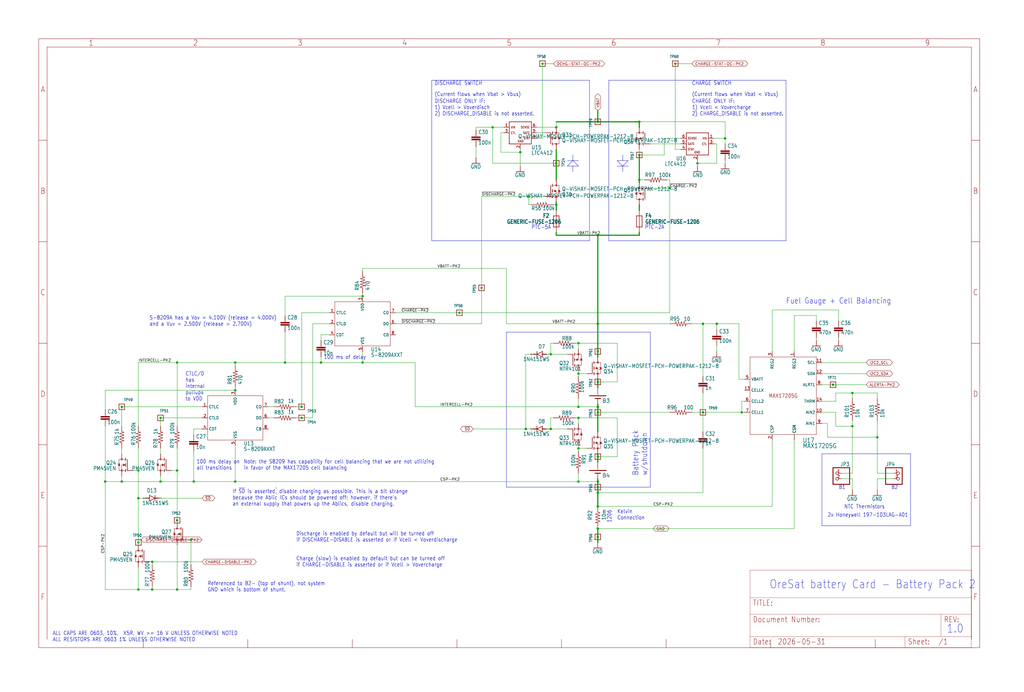
<source format=kicad_sch>
(kicad_sch (version 20230121) (generator eeschema)
  (paper "User" 469.9 317.627)
  (junction (at 265.43 171.45))
  (junction (at 391.16 195.58))
  (junction (at 274.32 223.52))
  (junction (at 73.66 220.98))
  (junction (at 63.5 248.92))
  (junction (at 69.85 270.51))
  (junction (at 274.32 209.55))
  (junction (at 309.88 29.21))
  (junction (at 274.32 148.59))
  (junction (at 320.04 74.93))
  (junction (at 138.43 186.69))
  (junction (at 252.73 162.56))
  (junction (at 382.27 176.53))
  (junction (at 55.88 220.98))
  (junction (at 63.5 270.51))
  (junction (at 73.66 191.77))
  (junction (at 322.58 189.23))
  (junction (at 402.59 200.66))
  (junction (at 69.85 257.81))
  (junction (at 391.16 180.34))
  (junction (at 255.27 93.98))
  (junction (at 255.27 74.93))
  (junction (at 81.28 270.51))
  (junction (at 87.63 247.65))
  (junction (at 274.32 242.57))
  (junction (at 166.37 166.37))
  (junction (at 248.92 29.21))
  (junction (at 252.73 196.85))
  (junction (at 265.43 186.69))
  (junction (at 107.95 220.98))
  (junction (at 274.32 189.23))
  (junction (at 340.36 189.23))
  (junction (at 107.95 166.37))
  (junction (at 307.34 86.36))
  (junction (at 147.32 166.37))
  (junction (at 265.43 157.48))
  (junction (at 242.57 90.17))
  (junction (at 210.82 143.51))
  (junction (at 293.37 55.88))
  (junction (at 55.88 186.69))
  (junction (at 241.3 196.85))
  (junction (at 130.81 166.37))
  (junction (at 274.32 107.95))
  (junction (at 81.28 166.37))
  (junction (at 328.93 148.59))
  (junction (at 48.26 220.98))
  (junction (at 322.58 148.59))
  (junction (at 226.06 58.42))
  (junction (at 265.43 191.77))
  (junction (at 274.32 246.38))
  (junction (at 274.32 175.26))
  (junction (at 238.76 69.85))
  (junction (at 138.43 191.77))
  (junction (at 255.27 58.42))
  (junction (at 293.37 82.55))
  (junction (at 265.43 205.74))
  (junction (at 274.32 232.41))
  (junction (at 81.28 238.76))
  (junction (at 107.95 179.07))
  (junction (at 63.5 228.6))
  (junction (at 81.28 215.9))
  (junction (at 274.32 161.29))
  (junction (at 88.9 220.98))
  (junction (at 274.32 55.88))
  (junction (at 332.74 63.5))
  (junction (at 63.5 215.9))
  (junction (at 274.32 186.69))
  (junction (at 265.43 220.98))
  (junction (at 166.37 135.89))
  (junction (at 220.98 132.08))
  (junction (at 293.37 71.12))
  (junction (at 274.32 220.98))
  (junction (at 274.32 226.06))
  (wire (pts (xy 250.19 90.17) (xy 242.57 90.17)) (stroke (width 0.1524)))
  (wire (pts (xy 130.81 166.37) (xy 130.81 152.4)) (stroke (width 0.1524)))
  (wire (pts (xy 391.16 195.58) (xy 391.16 193.04)) (stroke (width 0.1524)))
  (wire (pts (xy 322.58 189.23) (xy 322.58 180.34)) (stroke (width 0.1524)))
  (wire (pts (xy 384.81 142.24) (xy 384.81 147.32)) (stroke (width 0.1524)))
  (wire (pts (xy 143.51 191.77) (xy 143.51 148.59)) (stroke (width 0.1524)))
  (wire (pts (xy 107.95 166.37) (xy 81.28 166.37)) (stroke (width 0.1524)))
  (wire (pts (xy 354.33 201.93) (xy 354.33 232.41)) (stroke (width 0.1524)))
  (wire (pts (xy 410.21 219.71) (xy 402.59 219.71)) (stroke (width 0.1524)))
  (wire (pts (xy 283.21 175.26) (xy 283.21 157.48)) (stroke (width 0.1524)))
  (wire (pts (xy 243.84 93.98) (xy 242.57 93.98)) (stroke (width 0.1524)))
  (wire (pts (xy 374.65 144.78) (xy 364.49 144.78)) (stroke (width 0.1524)))
  (wire (pts (xy 87.63 247.65) (xy 92.71 247.65)) (stroke (width 0.1524)))
  (wire (pts (xy 166.37 135.89) (xy 166.37 134.62)) (stroke (width 0.1524)))
  (wire (pts (xy 304.8 71.12) (xy 293.37 71.12)) (stroke (width 0.1524)))
  (wire (pts (xy 265.43 220.98) (xy 107.95 220.98)) (stroke (width 0.1524)))
  (wire (pts (xy 265.43 191.77) (xy 265.43 194.31)) (stroke (width 0.1524)))
  (wire (pts (xy 238.76 69.85) (xy 238.76 68.58)) (stroke (width 0.1524)))
  (wire (pts (xy 248.92 29.21) (xy 254 29.21)) (stroke (width 0.1524)))
  (polyline (pts (xy 232.41 152.4) (xy 232.41 223.52)) (stroke (width 0.1524) (type solid)))
  (wire (pts (xy 246.38 58.42) (xy 255.27 58.42)) (stroke (width 0.1524)))
  (wire (pts (xy 309.88 68.58) (xy 312.42 68.58)) (stroke (width 0.1524)))
  (wire (pts (xy 274.32 223.52) (xy 274.32 220.98)) (stroke (width 0.508)))
  (wire (pts (xy 63.5 195.58) (xy 63.5 166.37)) (stroke (width 0.1524)))
  (wire (pts (xy 81.28 195.58) (xy 81.28 166.37)) (stroke (width 0.1524)))
  (wire (pts (xy 166.37 166.37) (xy 166.37 161.29)) (stroke (width 0.1524)))
  (wire (pts (xy 377.19 194.31) (xy 379.73 194.31)) (stroke (width 0.1524)))
  (wire (pts (xy 81.28 166.37) (xy 63.5 166.37)) (stroke (width 0.1524)))
  (wire (pts (xy 63.5 248.92) (xy 63.5 250.19)) (stroke (width 0.1524)))
  (wire (pts (xy 166.37 135.89) (xy 130.81 135.89)) (stroke (width 0.1524)))
  (wire (pts (xy 88.9 220.98) (xy 107.95 220.98)) (stroke (width 0.1524)))
  (wire (pts (xy 63.5 270.51) (xy 63.5 260.35)) (stroke (width 0.1524)))
  (wire (pts (xy 226.06 74.93) (xy 226.06 58.42)) (stroke (width 0.1524)))
  (wire (pts (xy 229.87 60.96) (xy 229.87 69.85)) (stroke (width 0.1524)))
  (wire (pts (xy 138.43 186.69) (xy 138.43 143.51)) (stroke (width 0.1524)))
  (wire (pts (xy 274.32 107.95) (xy 293.37 107.95)) (stroke (width 0.508)))
  (wire (pts (xy 69.85 257.81) (xy 69.85 259.08)) (stroke (width 0.1524)))
  (wire (pts (xy 322.58 172.72) (xy 322.58 148.59)) (stroke (width 0.1524)))
  (wire (pts (xy 283.21 191.77) (xy 283.21 209.55)) (stroke (width 0.1524)))
  (wire (pts (xy 48.26 220.98) (xy 48.26 270.51)) (stroke (width 0.1524)))
  (wire (pts (xy 254 93.98) (xy 255.27 93.98)) (stroke (width 0.1524)))
  (wire (pts (xy 55.88 218.44) (xy 55.88 220.98)) (stroke (width 0.1524)))
  (wire (pts (xy 274.32 248.92) (xy 274.32 246.38)) (stroke (width 0.508)))
  (wire (pts (xy 190.5 166.37) (xy 166.37 166.37)) (stroke (width 0.1524)))
  (wire (pts (xy 341.63 173.99) (xy 339.09 173.99)) (stroke (width 0.1524)))
  (wire (pts (xy 255.27 68.58) (xy 255.27 74.93)) (stroke (width 0.508)))
  (wire (pts (xy 274.32 198.12) (xy 274.32 189.23)) (stroke (width 0.508)))
  (wire (pts (xy 364.49 201.93) (xy 364.49 242.57)) (stroke (width 0.1524)))
  (wire (pts (xy 55.88 220.98) (xy 73.66 220.98)) (stroke (width 0.1524)))
  (polyline (pts (xy 285.75 76.2) (xy 283.21 76.2)) (stroke (width 0.1524) (type solid)))
  (wire (pts (xy 274.32 175.26) (xy 283.21 175.26)) (stroke (width 0.1524)))
  (wire (pts (xy 274.32 246.38) (xy 274.32 242.57)) (stroke (width 0.508)))
  (polyline (pts (xy 279.4 36.83) (xy 360.68 36.83)) (stroke (width 0.1524) (type solid)))
  (wire (pts (xy 265.43 217.17) (xy 265.43 220.98)) (stroke (width 0.1524)))
  (wire (pts (xy 383.54 189.23) (xy 383.54 195.58)) (stroke (width 0.1524)))
  (wire (pts (xy 328.93 151.13) (xy 328.93 148.59)) (stroke (width 0.1524)))
  (wire (pts (xy 69.85 269.24) (xy 69.85 270.51)) (stroke (width 0.1524)))
  (wire (pts (xy 68.58 257.81) (xy 69.85 257.81)) (stroke (width 0.1524)))
  (wire (pts (xy 317.5 148.59) (xy 322.58 148.59)) (stroke (width 0.1524)))
  (wire (pts (xy 402.59 219.71) (xy 402.59 224.79)) (stroke (width 0.1524)))
  (polyline (pts (xy 260.35 76.2) (xy 262.89 76.2)) (stroke (width 0.1524) (type solid)))
  (wire (pts (xy 383.54 180.34) (xy 391.16 180.34)) (stroke (width 0.1524)))
  (wire (pts (xy 246.38 63.5) (xy 248.92 63.5)) (stroke (width 0.1524)))
  (wire (pts (xy 322.58 205.74) (xy 322.58 226.06)) (stroke (width 0.1524)))
  (wire (pts (xy 63.5 215.9) (xy 63.5 205.74)) (stroke (width 0.1524)))
  (wire (pts (xy 92.71 191.77) (xy 73.66 191.77)) (stroke (width 0.1524)))
  (polyline (pts (xy 417.83 241.3) (xy 417.83 208.28)) (stroke (width 0.1524) (type solid)))
  (wire (pts (xy 265.43 157.48) (xy 283.21 157.48)) (stroke (width 0.1524)))
  (wire (pts (xy 274.32 148.59) (xy 307.34 148.59)) (stroke (width 0.1524)))
  (wire (pts (xy 107.95 179.07) (xy 107.95 177.8)) (stroke (width 0.1524)))
  (wire (pts (xy 274.32 177.8) (xy 274.32 175.26)) (stroke (width 0.508)))
  (wire (pts (xy 391.16 219.71) (xy 391.16 224.79)) (stroke (width 0.1524)))
  (wire (pts (xy 274.32 219.71) (xy 274.32 220.98)) (stroke (width 0.508)))
  (wire (pts (xy 252.73 191.77) (xy 252.73 196.85)) (stroke (width 0.1524)))
  (polyline (pts (xy 417.83 208.28) (xy 377.19 208.28)) (stroke (width 0.1524) (type solid)))
  (wire (pts (xy 391.16 180.34) (xy 402.59 180.34)) (stroke (width 0.1524)))
  (wire (pts (xy 379.73 194.31) (xy 379.73 200.66)) (stroke (width 0.1524)))
  (wire (pts (xy 81.28 270.51) (xy 87.63 270.51)) (stroke (width 0.1524)))
  (wire (pts (xy 73.66 195.58) (xy 73.66 191.77)) (stroke (width 0.1524)))
  (wire (pts (xy 320.04 74.93) (xy 320.04 73.66)) (stroke (width 0.1524)))
  (wire (pts (xy 231.14 60.96) (xy 229.87 60.96)) (stroke (width 0.1524)))
  (wire (pts (xy 48.26 187.96) (xy 48.26 179.07)) (stroke (width 0.1524)))
  (wire (pts (xy 218.44 59.69) (xy 218.44 58.42)) (stroke (width 0.1524)))
  (wire (pts (xy 293.37 55.88) (xy 332.74 55.88)) (stroke (width 0.1524)))
  (wire (pts (xy 293.37 82.55) (xy 293.37 71.12)) (stroke (width 0.508)))
  (wire (pts (xy 377.19 166.37) (xy 397.51 166.37)) (stroke (width 0.1524)))
  (wire (pts (xy 81.28 270.51) (xy 81.28 250.19)) (stroke (width 0.1524)))
  (wire (pts (xy 246.38 60.96) (xy 248.92 60.96)) (stroke (width 0.1524)))
  (wire (pts (xy 238.76 76.2) (xy 238.76 69.85)) (stroke (width 0.1524)))
  (wire (pts (xy 312.42 63.5) (xy 304.8 63.5)) (stroke (width 0.1524)))
  (wire (pts (xy 48.26 220.98) (xy 48.26 195.58)) (stroke (width 0.1524)))
  (polyline (pts (xy 279.4 110.49) (xy 360.68 110.49)) (stroke (width 0.1524) (type solid)))
  (polyline (pts (xy 265.43 76.2) (xy 262.89 73.66)) (stroke (width 0.1524) (type solid)))
  (wire (pts (xy 391.16 217.17) (xy 386.08 217.17)) (stroke (width 0.1524)))
  (wire (pts (xy 402.59 200.66) (xy 402.59 193.04)) (stroke (width 0.1524)))
  (wire (pts (xy 250.19 196.85) (xy 252.73 196.85)) (stroke (width 0.1524)))
  (wire (pts (xy 274.32 242.57) (xy 364.49 242.57)) (stroke (width 0.1524)))
  (wire (pts (xy 231.14 58.42) (xy 226.06 58.42)) (stroke (width 0.1524)))
  (polyline (pts (xy 262.89 73.66) (xy 260.35 76.2)) (stroke (width 0.1524) (type solid)))
  (wire (pts (xy 274.32 55.88) (xy 293.37 55.88)) (stroke (width 0.508)))
  (polyline (pts (xy 360.68 36.83) (xy 360.68 110.49)) (stroke (width 0.1524) (type solid)))
  (wire (pts (xy 143.51 148.59) (xy 151.13 148.59)) (stroke (width 0.1524)))
  (wire (pts (xy 377.19 176.53) (xy 382.27 176.53)) (stroke (width 0.1524)))
  (wire (pts (xy 135.89 191.77) (xy 138.43 191.77)) (stroke (width 0.1524)))
  (wire (pts (xy 92.71 196.85) (xy 88.9 196.85)) (stroke (width 0.1524)))
  (wire (pts (xy 226.06 74.93) (xy 255.27 74.93)) (stroke (width 0.1524)))
  (wire (pts (xy 274.32 226.06) (xy 274.32 223.52)) (stroke (width 0.508)))
  (wire (pts (xy 377.19 189.23) (xy 383.54 189.23)) (stroke (width 0.1524)))
  (polyline (pts (xy 265.43 73.66) (xy 262.89 73.66)) (stroke (width 0.1524) (type solid)))
  (wire (pts (xy 107.95 167.64) (xy 107.95 166.37)) (stroke (width 0.1524)))
  (wire (pts (xy 248.92 63.5) (xy 248.92 29.21)) (stroke (width 0.1524)))
  (wire (pts (xy 274.32 161.29) (xy 274.32 148.59)) (stroke (width 0.508)))
  (wire (pts (xy 374.65 147.32) (xy 374.65 144.78)) (stroke (width 0.1524)))
  (wire (pts (xy 255.27 93.98) (xy 255.27 96.52)) (stroke (width 0.508)))
  (wire (pts (xy 327.66 63.5) (xy 332.74 63.5)) (stroke (width 0.1524)))
  (wire (pts (xy 354.33 161.29) (xy 354.33 142.24)) (stroke (width 0.1524)))
  (wire (pts (xy 328.93 148.59) (xy 339.09 148.59)) (stroke (width 0.1524)))
  (wire (pts (xy 147.32 166.37) (xy 130.81 166.37)) (stroke (width 0.1524)))
  (wire (pts (xy 322.58 148.59) (xy 328.93 148.59)) (stroke (width 0.1524)))
  (wire (pts (xy 332.74 73.66) (xy 332.74 74.93)) (stroke (width 0.1524)))
  (wire (pts (xy 269.24 171.45) (xy 265.43 171.45)) (stroke (width 0.1524)))
  (wire (pts (xy 55.88 208.28) (xy 55.88 205.74)) (stroke (width 0.1524)))
  (wire (pts (xy 402.59 217.17) (xy 410.21 217.17)) (stroke (width 0.1524)))
  (wire (pts (xy 309.88 29.21) (xy 317.5 29.21)) (stroke (width 0.1524)))
  (wire (pts (xy 322.58 198.12) (xy 322.58 189.23)) (stroke (width 0.1524)))
  (wire (pts (xy 269.24 205.74) (xy 265.43 205.74)) (stroke (width 0.1524)))
  (wire (pts (xy 232.41 148.59) (xy 274.32 148.59)) (stroke (width 0.1524)))
  (wire (pts (xy 87.63 270.51) (xy 87.63 269.24)) (stroke (width 0.1524)))
  (wire (pts (xy 320.04 74.93) (xy 328.93 74.93)) (stroke (width 0.1524)))
  (wire (pts (xy 72.39 228.6) (xy 92.71 228.6)) (stroke (width 0.1524)))
  (polyline (pts (xy 232.41 152.4) (xy 298.45 152.4)) (stroke (width 0.1524) (type solid)))
  (wire (pts (xy 241.3 196.85) (xy 245.11 196.85)) (stroke (width 0.1524)))
  (wire (pts (xy 391.16 182.88) (xy 391.16 180.34)) (stroke (width 0.1524)))
  (wire (pts (xy 138.43 143.51) (xy 151.13 143.51)) (stroke (width 0.1524)))
  (wire (pts (xy 265.43 205.74) (xy 265.43 207.01)) (stroke (width 0.1524)))
  (wire (pts (xy 328.93 74.93) (xy 328.93 66.04)) (stroke (width 0.1524)))
  (wire (pts (xy 63.5 215.9) (xy 63.5 228.6)) (stroke (width 0.1524)))
  (wire (pts (xy 339.09 173.99) (xy 339.09 148.59)) (stroke (width 0.1524)))
  (wire (pts (xy 242.57 93.98) (xy 242.57 90.17)) (stroke (width 0.1524)))
  (wire (pts (xy 264.16 191.77) (xy 265.43 191.77)) (stroke (width 0.1524)))
  (wire (pts (xy 293.37 82.55) (xy 295.91 82.55)) (stroke (width 0.1524)))
  (polyline (pts (xy 270.51 110.49) (xy 198.12 110.49)) (stroke (width 0.1524) (type solid)))
  (wire (pts (xy 274.32 189.23) (xy 274.32 186.69)) (stroke (width 0.508)))
  (wire (pts (xy 382.27 176.53) (xy 397.51 176.53)) (stroke (width 0.1524)))
  (wire (pts (xy 293.37 55.88) (xy 293.37 58.42)) (stroke (width 0.508)))
  (wire (pts (xy 130.81 135.89) (xy 130.81 144.78)) (stroke (width 0.1524)))
  (wire (pts (xy 274.32 107.95) (xy 274.32 148.59)) (stroke (width 0.508)))
  (wire (pts (xy 245.11 162.56) (xy 241.3 162.56)) (stroke (width 0.1524)))
  (wire (pts (xy 298.45 66.04) (xy 312.42 66.04)) (stroke (width 0.1524)))
  (wire (pts (xy 306.07 82.55) (xy 307.34 82.55)) (stroke (width 0.1524)))
  (wire (pts (xy 255.27 82.55) (xy 255.27 74.93)) (stroke (width 0.508)))
  (polyline (pts (xy 232.41 223.52) (xy 298.45 223.52)) (stroke (width 0.1524) (type solid)))
  (polyline (pts (xy 198.12 36.83) (xy 270.51 36.83)) (stroke (width 0.1524) (type solid)))
  (wire (pts (xy 332.74 55.88) (xy 332.74 63.5)) (stroke (width 0.1524)))
  (wire (pts (xy 354.33 142.24) (xy 384.81 142.24)) (stroke (width 0.1524)))
  (wire (pts (xy 283.21 209.55) (xy 274.32 209.55)) (stroke (width 0.1524)))
  (wire (pts (xy 265.43 186.69) (xy 190.5 186.69)) (stroke (width 0.1524)))
  (wire (pts (xy 107.95 220.98) (xy 107.95 204.47)) (stroke (width 0.1524)))
  (wire (pts (xy 147.32 156.21) (xy 147.32 153.67)) (stroke (width 0.1524)))
  (wire (pts (xy 265.43 191.77) (xy 283.21 191.77)) (stroke (width 0.1524)))
  (wire (pts (xy 73.66 220.98) (xy 88.9 220.98)) (stroke (width 0.1524)))
  (wire (pts (xy 307.34 86.36) (xy 307.34 143.51)) (stroke (width 0.1524)))
  (wire (pts (xy 274.32 220.98) (xy 265.43 220.98)) (stroke (width 0.1524)))
  (wire (pts (xy 377.19 184.15) (xy 383.54 184.15)) (stroke (width 0.1524)))
  (wire (pts (xy 307.34 143.51) (xy 210.82 143.51)) (stroke (width 0.1524)))
  (wire (pts (xy 242.57 90.17) (xy 220.98 90.17)) (stroke (width 0.1524)))
  (wire (pts (xy 255.27 93.98) (xy 255.27 92.71)) (stroke (width 0.508)))
  (polyline (pts (xy 283.21 73.66) (xy 285.75 73.66)) (stroke (width 0.1524) (type solid)))
  (wire (pts (xy 73.66 205.74) (xy 73.66 208.28)) (stroke (width 0.1524)))
  (wire (pts (xy 274.32 226.06) (xy 322.58 226.06)) (stroke (width 0.1524)))
  (wire (pts (xy 255.27 58.42) (xy 255.27 55.88)) (stroke (width 0.1524)))
  (wire (pts (xy 391.16 219.71) (xy 386.08 219.71)) (stroke (width 0.1524)))
  (wire (pts (xy 87.63 247.65) (xy 87.63 259.08)) (stroke (width 0.1524)))
  (wire (pts (xy 307.34 86.36) (xy 307.34 82.55)) (stroke (width 0.1524)))
  (wire (pts (xy 328.93 66.04) (xy 327.66 66.04)) (stroke (width 0.1524)))
  (wire (pts (xy 73.66 218.44) (xy 73.66 220.98)) (stroke (width 0.1524)))
  (polyline (pts (xy 288.29 76.2) (xy 285.75 76.2)) (stroke (width 0.1524) (type solid)))
  (wire (pts (xy 293.37 83.82) (xy 293.37 82.55)) (stroke (width 0.508)))
  (wire (pts (xy 274.32 232.41) (xy 354.33 232.41)) (stroke (width 0.1524)))
  (wire (pts (xy 317.5 189.23) (xy 322.58 189.23)) (stroke (width 0.1524)))
  (wire (pts (xy 274.32 209.55) (xy 274.32 208.28)) (stroke (width 0.508)))
  (wire (pts (xy 190.5 186.69) (xy 190.5 166.37)) (stroke (width 0.1524)))
  (wire (pts (xy 255.27 107.95) (xy 274.32 107.95)) (stroke (width 0.508)))
  (polyline (pts (xy 285.75 76.2) (xy 285.75 78.74)) (stroke (width 0.1524) (type solid)))
  (wire (pts (xy 402.59 200.66) (xy 402.59 217.17)) (stroke (width 0.1524)))
  (wire (pts (xy 92.71 186.69) (xy 55.88 186.69)) (stroke (width 0.1524)))
  (wire (pts (xy 81.28 215.9) (xy 81.28 205.74)) (stroke (width 0.1524)))
  (wire (pts (xy 229.87 69.85) (xy 238.76 69.85)) (stroke (width 0.1524)))
  (wire (pts (xy 309.88 29.21) (xy 309.88 68.58)) (stroke (width 0.1524)))
  (wire (pts (xy 254 157.48) (xy 252.73 157.48)) (stroke (width 0.1524)))
  (wire (pts (xy 123.19 186.69) (xy 125.73 186.69)) (stroke (width 0.1524)))
  (polyline (pts (xy 377.19 241.3) (xy 417.83 241.3)) (stroke (width 0.1524) (type solid)))
  (wire (pts (xy 265.43 172.72) (xy 265.43 171.45)) (stroke (width 0.1524)))
  (wire (pts (xy 255.27 55.88) (xy 274.32 55.88)) (stroke (width 0.508)))
  (wire (pts (xy 274.32 186.69) (xy 265.43 186.69)) (stroke (width 0.1524)))
  (wire (pts (xy 265.43 157.48) (xy 265.43 160.02)) (stroke (width 0.1524)))
  (wire (pts (xy 340.36 189.23) (xy 340.36 184.15)) (stroke (width 0.1524)))
  (wire (pts (xy 63.5 270.51) (xy 69.85 270.51)) (stroke (width 0.1524)))
  (wire (pts (xy 55.88 195.58) (xy 55.88 186.69)) (stroke (width 0.1524)))
  (wire (pts (xy 210.82 143.51) (xy 181.61 143.51)) (stroke (width 0.1524)))
  (wire (pts (xy 48.26 179.07) (xy 107.95 179.07)) (stroke (width 0.1524)))
  (wire (pts (xy 107.95 166.37) (xy 130.81 166.37)) (stroke (width 0.1524)))
  (wire (pts (xy 241.3 162.56) (xy 241.3 196.85)) (stroke (width 0.1524)))
  (wire (pts (xy 274.32 163.83) (xy 274.32 161.29)) (stroke (width 0.508)))
  (polyline (pts (xy 298.45 152.4) (xy 298.45 223.52)) (stroke (width 0.1524) (type solid)))
  (wire (pts (xy 391.16 195.58) (xy 391.16 217.17)) (stroke (width 0.1524)))
  (wire (pts (xy 274.32 55.88) (xy 274.32 50.8)) (stroke (width 0.508)))
  (wire (pts (xy 265.43 186.69) (xy 265.43 182.88)) (stroke (width 0.1524)))
  (wire (pts (xy 322.58 189.23) (xy 340.36 189.23)) (stroke (width 0.1524)))
  (wire (pts (xy 340.36 184.15) (xy 341.63 184.15)) (stroke (width 0.1524)))
  (wire (pts (xy 220.98 132.08) (xy 220.98 90.17)) (stroke (width 0.1524)))
  (wire (pts (xy 67.31 228.6) (xy 63.5 228.6)) (stroke (width 0.1524)))
  (polyline (pts (xy 377.19 208.28) (xy 377.19 241.3)) (stroke (width 0.1524) (type solid)))
  (wire (pts (xy 81.28 215.9) (xy 78.74 215.9)) (stroke (width 0.1524)))
  (wire (pts (xy 364.49 144.78) (xy 364.49 161.29)) (stroke (width 0.1524)))
  (wire (pts (xy 298.45 86.36) (xy 307.34 86.36)) (stroke (width 0.1524)))
  (wire (pts (xy 252.73 162.56) (xy 260.35 162.56)) (stroke (width 0.1524)))
  (wire (pts (xy 252.73 196.85) (xy 260.35 196.85)) (stroke (width 0.1524)))
  (polyline (pts (xy 279.4 36.83) (xy 279.4 110.49)) (stroke (width 0.1524) (type solid)))
  (polyline (pts (xy 285.75 76.2) (xy 283.21 73.66)) (stroke (width 0.1524) (type solid)))
  (wire (pts (xy 60.96 215.9) (xy 63.5 215.9)) (stroke (width 0.1524)))
  (wire (pts (xy 341.63 189.23) (xy 340.36 189.23)) (stroke (width 0.1524)))
  (wire (pts (xy 88.9 207.01) (xy 88.9 220.98)) (stroke (width 0.1524)))
  (wire (pts (xy 265.43 204.47) (xy 265.43 205.74)) (stroke (width 0.1524)))
  (wire (pts (xy 402.59 180.34) (xy 402.59 182.88)) (stroke (width 0.1524)))
  (wire (pts (xy 232.41 148.59) (xy 232.41 123.19)) (stroke (width 0.1524)))
  (wire (pts (xy 274.32 185.42) (xy 274.32 186.69)) (stroke (width 0.508)))
  (wire (pts (xy 255.27 106.68) (xy 255.27 107.95)) (stroke (width 0.508)))
  (wire (pts (xy 69.85 270.51) (xy 81.28 270.51)) (stroke (width 0.1524)))
  (wire (pts (xy 166.37 166.37) (xy 147.32 166.37)) (stroke (width 0.1524)))
  (wire (pts (xy 81.28 238.76) (xy 81.28 240.03)) (stroke (width 0.1524)))
  (wire (pts (xy 138.43 191.77) (xy 143.51 191.77)) (stroke (width 0.1524)))
  (wire (pts (xy 383.54 184.15) (xy 383.54 180.34)) (stroke (width 0.1524)))
  (wire (pts (xy 274.32 212.09) (xy 274.32 209.55)) (stroke (width 0.508)))
  (wire (pts (xy 69.85 257.81) (xy 92.71 257.81)) (stroke (width 0.1524)))
  (polyline (pts (xy 270.51 36.83) (xy 270.51 110.49)) (stroke (width 0.1524) (type solid)))
  (wire (pts (xy 63.5 228.6) (xy 63.5 248.92)) (stroke (width 0.1524)))
  (wire (pts (xy 250.19 60.96) (xy 248.92 60.96)) (stroke (width 0.1524)))
  (wire (pts (xy 379.73 200.66) (xy 402.59 200.66)) (stroke (width 0.1524)))
  (wire (pts (xy 226.06 58.42) (xy 218.44 58.42)) (stroke (width 0.1524)))
  (wire (pts (xy 274.32 189.23) (xy 307.34 189.23)) (stroke (width 0.1524)))
  (wire (pts (xy 48.26 220.98) (xy 55.88 220.98)) (stroke (width 0.1524)))
  (polyline (pts (xy 285.75 73.66) (xy 288.29 73.66)) (stroke (width 0.1524) (type solid)))
  (wire (pts (xy 218.44 67.31) (xy 218.44 72.39)) (stroke (width 0.1524)))
  (wire (pts (xy 293.37 96.52) (xy 293.37 93.98)) (stroke (width 0.508)))
  (wire (pts (xy 123.19 191.77) (xy 125.73 191.77)) (stroke (width 0.1524)))
  (polyline (pts (xy 262.89 73.66) (xy 260.35 73.66)) (stroke (width 0.1524) (type solid)))
  (wire (pts (xy 377.19 171.45) (xy 397.51 171.45)) (stroke (width 0.1524)))
  (wire (pts (xy 384.81 156.21) (xy 384.81 154.94)) (stroke (width 0.1524)))
  (wire (pts (xy 252.73 157.48) (xy 252.73 162.56)) (stroke (width 0.1524)))
  (wire (pts (xy 147.32 153.67) (xy 151.13 153.67)) (stroke (width 0.1524)))
  (wire (pts (xy 81.28 215.9) (xy 81.28 238.76)) (stroke (width 0.1524)))
  (wire (pts (xy 328.93 158.75) (xy 328.93 161.29)) (stroke (width 0.1524)))
  (polyline (pts (xy 262.89 73.66) (xy 262.89 71.12)) (stroke (width 0.1524) (type solid)))
  (wire (pts (xy 86.36 247.65) (xy 87.63 247.65)) (stroke (width 0.1524)))
  (wire (pts (xy 166.37 124.46) (xy 166.37 123.19)) (stroke (width 0.1524)))
  (wire (pts (xy 217.17 196.85) (xy 241.3 196.85)) (stroke (width 0.1524)))
  (wire (pts (xy 274.32 226.06) (xy 274.32 232.41)) (stroke (width 0.508)))
  (polyline (pts (xy 285.75 73.66) (xy 285.75 71.12)) (stroke (width 0.1524) (type solid)))
  (wire (pts (xy 147.32 166.37) (xy 147.32 163.83)) (stroke (width 0.1524)))
  (wire (pts (xy 264.16 157.48) (xy 265.43 157.48)) (stroke (width 0.1524)))
  (wire (pts (xy 304.8 63.5) (xy 304.8 71.12)) (stroke (width 0.1524)))
  (polyline (pts (xy 262.89 76.2) (xy 262.89 78.74)) (stroke (width 0.1524) (type solid)))
  (wire (pts (xy 374.65 156.21) (xy 374.65 154.94)) (stroke (width 0.1524)))
  (wire (pts (xy 320.04 76.2) (xy 320.04 74.93)) (stroke (width 0.1524)))
  (wire (pts (xy 135.89 186.69) (xy 138.43 186.69)) (stroke (width 0.1524)))
  (polyline (pts (xy 262.89 76.2) (xy 265.43 76.2)) (stroke (width 0.1524) (type solid)))
  (polyline (pts (xy 198.12 110.49) (xy 198.12 36.83)) (stroke (width 0.1524) (type solid)))
  (polyline (pts (xy 288.29 73.66) (xy 285.75 76.2)) (stroke (width 0.1524) (type solid)))
  (wire (pts (xy 166.37 123.19) (xy 232.41 123.19)) (stroke (width 0.1524)))
  (wire (pts (xy 274.32 175.26) (xy 274.32 173.99)) (stroke (width 0.508)))
  (wire (pts (xy 220.98 148.59) (xy 220.98 132.08)) (stroke (width 0.1524)))
  (wire (pts (xy 88.9 196.85) (xy 88.9 199.39)) (stroke (width 0.1524)))
  (wire (pts (xy 332.74 63.5) (xy 332.74 66.04)) (stroke (width 0.1524)))
  (wire (pts (xy 181.61 148.59) (xy 220.98 148.59)) (stroke (width 0.1524)))
  (wire (pts (xy 265.43 171.45) (xy 265.43 170.18)) (stroke (width 0.1524)))
  (wire (pts (xy 293.37 71.12) (xy 293.37 68.58)) (stroke (width 0.1524)))
  (wire (pts (xy 383.54 195.58) (xy 391.16 195.58)) (stroke (width 0.1524)))
  (wire (pts (xy 293.37 106.68) (xy 293.37 107.95)) (stroke (width 0.508)))
  (wire (pts (xy 254 191.77) (xy 252.73 191.77)) (stroke (width 0.1524)))
  (wire (pts (xy 48.26 270.51) (xy 63.5 270.51)) (stroke (width 0.1524)))
  (wire (pts (xy 250.19 162.56) (xy 252.73 162.56)) (stroke (width 0.1524)))
  (text "100 ms delay on\nall transitions" (at 90.17 215.9 0) (effects (font (size 1.778 1.5113)) (justify left bottom)))
  (text "CTLC/D\nhas\ninternal\npullups\nto VDD" (at 85.09 184.15 0) (effects (font (size 1.778 1.5113)) (justify left bottom)))
  (text "DISCHARGE ONLY IF:\n1) Vcell > Voverdisch\n2) DISCHARGE_DISABLE is not asserted." (at 199.39 53.34 0) (effects (font (size 1.778 1.5113)) (justify left bottom)))
  (text "PTC-5A" (at 243.84 105.41 0) (effects (font (size 1.778 1.5113)) (justify left bottom)))
  (text "S-8209A has a Vov = 4.100V (release = 4.000V)\nand a Vuv = 2.500V (release = 2.700V)" (at 68.58 149.86 0) (effects (font (size 1.778 1.5113)) (justify left bottom)))
  (text "Battery Pack\nw/shutdown" (at 297.18 218.44 90) (effects (font (size 2.54 2.159)) (justify left bottom)))
  (text "B2" (at 408.94 224.79 0) (effects (font (size 1.778 1.5113)) (justify left bottom)))
  (text "B1" (at 384.81 224.79 0) (effects (font (size 1.778 1.5113)) (justify left bottom)))
  (text "2x Honeywell 197-103LAG-A01" (at 379.73 237.49 0) (effects (font (size 1.778 1.5113)) (justify left bottom)))
  (text "PTC-2A" (at 295.91 105.41 0) (effects (font (size 1.778 1.5113)) (justify left bottom)))
  (text "1206" (at 280.67 240.03 90) (effects (font (size 1.778 1.5113)) (justify left bottom)))
  (text "Kelvin\nConnection" (at 283.21 238.76 0) (effects (font (size 1.778 1.5113)) (justify left bottom)))
  (text "OreSat battery Card - Battery Pack 2" (at 353.06 270.51 0) (effects (font (size 3.81 3.2385)) (justify left bottom)))
  (text "1.0" (at 434.34 290.83 0) (effects (font (size 3.81 3.2385)) (justify left bottom)))
  (text "CHARGE ONLY IF:\n1) Vcell < Vovercharge\n2) CHARGE_DISABLE is not asserted." (at 317.5 53.34 0) (effects (font (size 1.778 1.5113)) (justify left bottom)))
  (text "If ~{SD} is asserted~{,} disable charging as possible. This is a bit strange\nbecause the Ablic ICs should be powered off; however, if there's\nan external supply that powers up the Ablics, disable charging." (at 106.68 232.41 0) (effects (font (size 1.778 1.5113)) (justify left bottom)))
  (text "Discharge is enabled by default but will be turned off\nif DISCHARGE-DISABLE is asserted or if Vcell < Voverdischarge" (at 135.89 248.92 0) (effects (font (size 1.778 1.5113)) (justify left bottom)))
  (text "Fuel Gauge + Cell Balancing" (at 360.68 139.7 0) (effects (font (size 2.54 2.159)) (justify left bottom)))
  (text "NTC Thermistors" (at 387.35 233.68 0) (effects (font (size 1.778 1.5113)) (justify left bottom)))
  (text "CHARGE SWITCH" (at 317.5 39.37 0) (effects (font (size 1.778 1.5113)) (justify left bottom)))
  (text "(Current flows when Vbat > Vbus)" (at 199.39 44.45 0) (effects (font (size 1.778 1.5113)) (justify left bottom)))
  (text "Charge (slow) is enabled by default but can be turned off\nif CHARGE-DISABLE is asserted or if Vcell > Vovercharge" (at 135.89 260.35 0) (effects (font (size 1.778 1.5113)) (justify left bottom)))
  (text "(Current flows when Vbat < Vbus)" (at 317.5 44.45 0) (effects (font (size 1.778 1.5113)) (justify left bottom)))
  (text "ALL CAPS ARE 0603, 10%,  X5R, WV >= 16 V UNLESS OTHERWISE NOTED\nALL RESISTORS ARE 0603 1% UNLESS OTHERWISE NOTED" (at 24.13 294.64 0) (effects (font (size 1.778 1.5113)) (justify left bottom)))
  (text "DISCHARGE SWITCH" (at 199.39 39.37 0) (effects (font (size 1.778 1.5113)) (justify left bottom)))
  (text "100 ms of delay" (at 148.59 165.1 0) (effects (font (size 1.778 1.5113)) (justify left bottom)))
  (text "Note: the S8209 has capability for cell balancing that we are not utilizing\nin favor of the MAX17205 cell balancing" (at 111.76 215.9 0) (effects (font (size 1.778 1.5113)) (justify left bottom)))
  (text "Referenced to B2- (top of shunt), not system\nGND which is bottom of shunt." (at 95.25 271.78 0) (effects (font (size 1.778 1.5113)) (justify left bottom)))
  (label "CSP-PK2" (at 48.26 254 90) (effects (font (size 1.2446 1.2446))))
  (label "~{CHARGE-PK2}" (at 184.15 143.51 0) (effects (font (size 1.2446 1.2446))))
  (label "INTERCELL-PK2" (at 201.93 186.69 0) (effects (font (size 1.2446 1.2446))))
  (label "VBATT-PK2" (at 253.365 148.59 0) (effects (font (size 1.2446 1.2446))))
  (label "VBATT-PK2" (at 200.66 123.19 0) (effects (font (size 1.2446 1.2446))))
  (label "~{DISCHARGE-PK2}" (at 184.15 148.59 0) (effects (font (size 1.2446 1.2446))))
  (label "~{CHARGE-PK2}" (at 307.34 86.36 0) (effects (font (size 1.2446 1.2446))))
  (label "~{DISCHARGE-PK2}" (at 220.98 90.17 0) (effects (font (size 1.2446 1.2446))))
  (label "INTERCELL-PK2" (at 63.5 166.37 0) (effects (font (size 1.2446 1.2446))))
  (label "VBATT-PK2" (at 264.795 107.95 0) (effects (font (size 1.2446 1.2446))))
  (label "CSP-PK2" (at 299.72 232.41 0) (effects (font (size 1.2446 1.2446))))
  (label "CSP-PK2" (at 201.93 220.98 0) (effects (font (size 1.2446 1.2446))))
  (global_label "I2C2_SCL" (shape bidirectional) (at 397.51 166.37 0) (effects (font (size 1.2446 1.2446))) (property "Intersheetrefs" "${INTERSHEET_REFS}" (effects hide)))
  (global_label "I2C2_SDA" (shape bidirectional) (at 397.51 171.45 0) (effects (font (size 1.2446 1.2446))) (property "Intersheetrefs" "${INTERSHEET_REFS}" (effects hide)))
  (global_label "ALERTA-PK2" (shape bidirectional) (at 397.51 176.53 0) (effects (font (size 1.2446 1.2446))) (property "Intersheetrefs" "${INTERSHEET_REFS}" (effects hide)))
  (global_label "CHARGE-DISABLE-PK2" (shape bidirectional) (at 92.71 257.81 0) (effects (font (size 1.2446 1.2446))) (property "Intersheetrefs" "${INTERSHEET_REFS}" (effects hide)))
  (global_label "CHARGE-STAT-OC-PK2" (shape bidirectional) (at 317.5 29.21 0) (effects (font (size 1.2446 1.2446))) (property "Intersheetrefs" "${INTERSHEET_REFS}" (effects hide)))
  (global_label "~{SD}" (shape bidirectional) (at 92.71 228.6 0) (effects (font (size 1.2446 1.2446))) (property "Intersheetrefs" "${INTERSHEET_REFS}" (effects hide)))
  (global_label "DISCHARGE-DISABLE-PK2" (shape bidirectional) (at 92.71 247.65 180) (effects (font (size 1.2446 1.2446))) (property "Intersheetrefs" "${INTERSHEET_REFS}" (effects hide)))
  (global_label "GND" (shape bidirectional) (at 299.72 242.57 0) (effects (font (size 1.2446 1.2446))) (property "Intersheetrefs" "${INTERSHEET_REFS}" (effects hide)))
  (global_label "VBAT" (shape bidirectional) (at 274.32 50.8 90) (effects (font (size 1.2446 1.2446))) (property "Intersheetrefs" "${INTERSHEET_REFS}" (effects hide)))
  (global_label "DCHG-STAT-OC-PK2" (shape bidirectional) (at 254 29.21 0) (effects (font (size 1.2446 1.2446))) (property "Intersheetrefs" "${INTERSHEET_REFS}" (effects hide)))
  (global_label "~{SD}" (shape bidirectional) (at 217.17 196.85 180) (effects (font (size 1.2446 1.2446))) (property "Intersheetrefs" "${INTERSHEET_REFS}" (effects hide)))
  (symbol (lib_id "oresat-batteries-eagle-import:C-EU0603-C-NOSILK") (at 322.58 200.66 0) (unit 1)
    (property "Reference" "C32" (at 323.596 200.025 0) (effects (font (size 1.778 1.5113)) (justify left bottom)))
    (property "Value" "1n" (at 323.596 204.343 0) (effects (font (size 1.778 1.5113)) (justify left bottom)))
    (property "Footprint" "oresat-batteries:.0603-C-NOSILK" (effects hide))
    (property "DIS" "Digi-Key" (effects hide))
    (property "DPN" "311-1080-1-ND" (effects hide))
    (property "MFR" "Yageo" (effects hide))
    (property "MPN" "CC0603KRX7R9BB102" (effects hide))
  )
  (symbol (lib_id "oresat-batteries-eagle-import:TEST-POINT-LARGE-SQUARE") (at 274.32 55.88 90) (unit 1)
    (property "Reference" "TP59" (at 271.78 58.42 0) (effects (font (size 1.27 1.0795)) (justify left bottom)))
    (property "Value" "TEST-POINT-LARGE-SQUARE" (effects hide))
    (property "Footprint" "oresat-batteries:1X01" (effects hide))
  )
  (symbol (lib_id "oresat-batteries-eagle-import:C-EU0603-C-NOSILK") (at 218.44 62.23 0) (unit 1)
    (property "Reference" "C30" (at 219.456 61.595 0) (effects (font (size 1.778 1.5113)) (justify left bottom)))
    (property "Value" "100n" (at 219.456 66.421 0) (effects (font (size 1.778 1.5113)) (justify left bottom)))
    (property "Footprint" "oresat-batteries:.0603-C-NOSILK" (effects hide))
    (property "DIS" "Digi-Key" (effects hide))
    (property "DPN" "399-1099-1-ND" (effects hide))
    (property "MFR" "Kemet" (effects hide))
    (property "MPN" "C0603C104M4RACTU" (effects hide))
  )
  (symbol (lib_id "oresat-batteries-eagle-import:supply1_GND") (at 320.04 78.74 0) (mirror y) (unit 1)
    (property "Reference" "#GND063" (effects hide))
    (property "Value" "GND" (at 322.58 81.28 0) (effects (font (size 1.778 1.5113)) (justify left bottom)))
  )
  (symbol (lib_id "oresat-batteries-eagle-import:N-MOSFET-SOT-23-3") (at 83.82 245.11 0) (mirror y) (unit 1)
    (property "Reference" "Q27" (at 78.74 245.11 0) (effects (font (size 1.778 1.5113)) (justify left bottom)))
    (property "Value" "PM45VEN" (at 78.74 247.65 0) (effects (font (size 1.778 1.5113)) (justify left bottom)))
    (property "Footprint" "oresat-batteries:SOT23-3" (effects hide))
    (property "DIS" "Digi-Key" (effects hide))
    (property "DPN" "1727-2307-1-ND" (effects hide))
    (property "MFR" "Nexperia" (effects hide))
    (property "MPN" "PMV45EN2R" (effects hide))
  )
  (symbol (lib_id "oresat-batteries-eagle-import:N-MOSFET-SOT-23-3") (at 76.2 213.36 0) (mirror y) (unit 1)
    (property "Reference" "Q26" (at 71.12 213.36 0) (effects (font (size 1.778 1.5113)) (justify left bottom)))
    (property "Value" "PM45VEN" (at 71.12 215.9 0) (effects (font (size 1.778 1.5113)) (justify left bottom)))
    (property "Footprint" "oresat-batteries:SOT23-3" (effects hide))
    (property "DIS" "Digi-Key" (effects hide))
    (property "DPN" "1727-2307-1-ND" (effects hide))
    (property "MFR" "Nexperia" (effects hide))
    (property "MPN" "PMV45EN2R" (effects hide))
  )
  (symbol (lib_id "oresat-batteries-eagle-import:C-EU0603-C-NOSILK") (at 322.58 175.26 0) (unit 1)
    (property "Reference" "C31" (at 323.596 174.625 0) (effects (font (size 1.778 1.5113)) (justify left bottom)))
    (property "Value" "1n" (at 323.596 178.943 0) (effects (font (size 1.778 1.5113)) (justify left bottom)))
    (property "Footprint" "oresat-batteries:.0603-C-NOSILK" (effects hide))
    (property "DIS" "Digi-Key" (effects hide))
    (property "DPN" "311-1080-1-ND" (effects hide))
    (property "MFR" "Yageo" (effects hide))
    (property "MPN" "CC0603KRX7R9BB102" (effects hide))
  )
  (symbol (lib_id "oresat-batteries-eagle-import:R-US_0603-C-NOSILK") (at 391.16 187.96 90) (unit 1)
    (property "Reference" "R101" (at 389.6614 191.77 0) (effects (font (size 1.778 1.5113)) (justify left bottom)))
    (property "Value" "10k" (at 394.462 191.77 0) (effects (font (size 1.778 1.5113)) (justify left bottom)))
    (property "Footprint" "oresat-batteries:.0603-C-NOSILK" (effects hide))
    (property "DIS" "Digi-Key" (effects hide))
    (property "DISTRIBUTOR" "Digi-key" (effects hide))
    (property "DPN" "311-10.0KHRCT-ND" (effects hide))
    (property "MFR" "Yageo" (effects hide))
    (property "MPN" "RC0603FR-0710KL" (effects hide))
  )
  (symbol (lib_id "oresat-batteries-eagle-import:R-US_0603-C-NOSILK") (at 166.37 129.54 90) (unit 1)
    (property "Reference" "R84" (at 164.8714 133.35 0) (effects (font (size 1.778 1.5113)) (justify left bottom)))
    (property "Value" "470" (at 169.672 133.35 0) (effects (font (size 1.778 1.5113)) (justify left bottom)))
    (property "Footprint" "oresat-batteries:.0603-C-NOSILK" (effects hide))
    (property "DIS" "Digi-Key" (effects hide))
    (property "DPN" "311-470GRCT-ND" (effects hide))
    (property "MFR" "Yageo" (effects hide))
    (property "MPN" "RC0603JR-07470RL" (effects hide))
  )
  (symbol (lib_id "oresat-batteries-eagle-import:C-EU0603-C-NOSILK") (at 332.74 68.58 0) (unit 1)
    (property "Reference" "C34" (at 333.756 67.945 0) (effects (font (size 1.778 1.5113)) (justify left bottom)))
    (property "Value" "100n" (at 333.756 72.771 0) (effects (font (size 1.778 1.5113)) (justify left bottom)))
    (property "Footprint" "oresat-batteries:.0603-C-NOSILK" (effects hide))
    (property "DIS" "Digi-Key" (effects hide))
    (property "DPN" "399-1099-1-ND" (effects hide))
    (property "MFR" "Kemet" (effects hide))
    (property "MPN" "C0603C104M4RACTU" (effects hide))
  )
  (symbol (lib_id "oresat-batteries-eagle-import:Q-VISHAY-MOSFET-PCH-POWERPAK-1212-8") (at 252.73 87.63 0) (mirror x) (unit 1)
    (property "Reference" "Q30" (at 257.81 88.265 0) (effects (font (size 1.778 1.5113)) (justify left bottom)))
    (property "Value" "Q-VISHAY-MOSFET-PCH-POWERPAK-1212-8" (at 257.81 85.725 0) (effects (font (size 1.778 1.5113)) (justify left bottom)))
    (property "Footprint" "oresat-batteries:POWERPAK-1212-8" (effects hide))
    (property "DIS" "Digi-Key" (effects hide))
    (property "DPN" "SI7625DN-T1-GE3CT-ND" (effects hide))
    (property "MFR" "Vishay" (effects hide))
    (property "MPN" "SI7625DN-T1-GE3" (effects hide))
  )
  (symbol (lib_id "oresat-batteries-eagle-import:TEST-POINT-LARGE-SQUARE") (at 274.32 175.26 90) (unit 1)
    (property "Reference" "TP62" (at 271.78 177.8 0) (effects (font (size 1.27 1.0795)) (justify left bottom)))
    (property "Value" "TEST-POINT-LARGE-SQUARE" (effects hide))
    (property "Footprint" "oresat-batteries:1X01" (effects hide))
  )
  (symbol (lib_id "oresat-batteries-eagle-import:TEST-POINT-LARGE-SQUARE") (at 63.5 248.92 0) (unit 1)
    (property "Reference" "TP50" (at 60.96 246.38 0) (effects (font (size 1.27 1.0795)) (justify left bottom)))
    (property "Value" "TEST-POINT-LARGE-SQUARE" (effects hide))
    (property "Footprint" "oresat-batteries:1X01" (effects hide))
  )
  (symbol (lib_id "oresat-batteries-eagle-import:R-US_0603-C-NOSILK") (at 259.08 157.48 0) (unit 1)
    (property "Reference" "R88" (at 257.81 156.21 0) (effects (font (size 1.778 1.5113)) (justify left bottom)))
    (property "Value" "100k" (at 257.81 160.02 0) (effects (font (size 1.778 1.5113)) (justify left bottom)))
    (property "Footprint" "oresat-batteries:.0603-C-NOSILK" (effects hide))
    (property "DIS" "Digi-Key" (effects hide))
    (property "DPN" "311-1.00MHRCT-ND" (effects hide))
    (property "MFR" "Yageo" (effects hide))
    (property "MPN" "RC0603FR-071ML" (effects hide))
  )
  (symbol (lib_id "oresat-batteries-eagle-import:R-US_0603-C-NOSILK") (at 312.42 189.23 0) (unit 1)
    (property "Reference" "R96" (at 306.07 187.96 0) (effects (font (size 1.778 1.5113)) (justify left bottom)))
    (property "Value" "100" (at 313.69 187.96 0) (effects (font (size 1.778 1.5113)) (justify left bottom)))
    (property "Footprint" "oresat-batteries:.0603-C-NOSILK" (effects hide))
    (property "DIS" "Digi-Key" (effects hide))
    (property "DPN" "311-100HRCT-ND" (effects hide))
    (property "MFR" "Yageo" (effects hide))
    (property "MPN" "RC0603FR-07100RL" (effects hide))
  )
  (symbol (lib_id "oresat-batteries-eagle-import:TEST-POINT-LARGE-SQUARE") (at 309.88 29.21 0) (mirror y) (unit 1)
    (property "Reference" "TP68" (at 307.34 26.67 0) (effects (font (size 1.27 1.0795)) (justify right bottom)))
    (property "Value" "TEST-POINT-LARGE-SQUARE" (effects hide))
    (property "Footprint" "oresat-batteries:1X01" (effects hide))
  )
  (symbol (lib_id "oresat-batteries-eagle-import:TEST-POINT-LARGE-SQUARE") (at 81.28 238.76 0) (unit 1)
    (property "Reference" "TP52" (at 78.74 236.22 0) (effects (font (size 1.27 1.0795)) (justify left bottom)))
    (property "Value" "TEST-POINT-LARGE-SQUARE" (effects hide))
    (property "Footprint" "oresat-batteries:1X01" (effects hide))
  )
  (symbol (lib_id "oresat-batteries-eagle-import:TEST-POINT-LARGE-SQUARE") (at 73.66 191.77 0) (mirror y) (unit 1)
    (property "Reference" "TP51" (at 77.47 189.23 0) (effects (font (size 1.27 1.0795)) (justify left bottom)))
    (property "Value" "TEST-POINT-LARGE-SQUARE" (effects hide))
    (property "Footprint" "oresat-batteries:1X01" (effects hide))
  )
  (symbol (lib_id "oresat-batteries-eagle-import:S-8209AXXT") (at 166.37 148.59 0) (unit 1)
    (property "Reference" "U14" (at 170.18 161.29 0) (effects (font (size 1.778 1.5113)) (justify left bottom)))
    (property "Value" "S-8209AXXT" (at 170.18 163.83 0) (effects (font (size 1.778 1.5113)) (justify left bottom)))
    (property "Footprint" "oresat-batteries:TSSOP8" (effects hide))
    (property "MFR" "Ablic" (effects hide))
    (property "MPN" "S-8209AAA-T8T1U" (effects hide))
  )
  (symbol (lib_id "oresat-batteries-eagle-import:GENERIC-FUSE-1206") (at 255.27 101.6 90) (unit 1)
    (property "Reference" "F2" (at 248.92 100.1014 90) (effects (font (size 1.778 1.5113) bold) (justify right top)))
    (property "Value" "GENERIC-FUSE-1206" (at 232.41 102.87 90) (effects (font (size 1.778 1.5113) bold) (justify right top)))
    (property "Footprint" "oresat-batteries:1206-C" (effects hide))
    (property "DIS" "Digi-Key" (effects hide))
    (property "DPN" "F9966CT-ND" (effects hide))
    (property "MFR" "LittleFuse" (effects hide))
    (property "MPN" "NANOSMD350LR-C-2" (effects hide))
  )
  (symbol (lib_id "oresat-batteries-eagle-import:TEST-POINT-LARGE-SQUARE") (at 382.27 176.53 0) (mirror y) (unit 1)
    (property "Reference" "TP71" (at 379.73 173.99 0) (effects (font (size 1.27 1.0795)) (justify right bottom)))
    (property "Value" "TEST-POINT-LARGE-SQUARE" (effects hide))
    (property "Footprint" "oresat-batteries:1X01" (effects hide))
  )
  (symbol (lib_id "oresat-batteries-eagle-import:DIODE-SOD323-R") (at 69.85 228.6 0) (unit 1)
    (property "Reference" "D13" (at 67.31 226.06 0) (effects (font (size 1.778 1.5113)) (justify left bottom)))
    (property "Value" "1N4151WS" (at 77.47 229.87 0) (effects (font (size 1.778 1.5113)) (justify right top)))
    (property "Footprint" "oresat-batteries:SOD323-R" (effects hide))
    (property "DIS" "Digi-Key" (effects hide))
    (property "DPN" "112-1N4151WS-E3-08CT-ND " (effects hide))
    (property "MFR" "Vishay" (effects hide))
    (property "MPN" "1N4151WS-E3-08" (effects hide))
  )
  (symbol (lib_id "oresat-batteries-eagle-import:supply1_GND") (at 332.74 77.47 0) (mirror y) (unit 1)
    (property "Reference" "#GND065" (effects hide))
    (property "Value" "GND" (at 335.28 80.01 0) (effects (font (size 1.778 1.5113)) (justify left bottom)))
  )
  (symbol (lib_id "oresat-batteries-eagle-import:MAX17205G") (at 359.41 181.61 0) (unit 1)
    (property "Reference" "U17" (at 368.3 203.2 0) (effects (font (size 2.0828 1.7703)) (justify left bottom)))
    (property "Value" "MAX17205G" (at 368.3 205.74 0) (effects (font (size 2.0828 1.7703)) (justify left bottom)))
    (property "Footprint" "oresat-batteries:21-0137I_T1433-2" (effects hide))
    (property "DIS" "Digi-Key" (effects hide))
    (property "DPN" "MAX17205G+TCT-ND" (effects hide))
    (property "MFR" "Maxim" (effects hide))
    (property "MPN" "MAX17205G+T" (effects hide))
  )
  (symbol (lib_id "oresat-batteries-eagle-import:TEST-POINT-LARGE-SQUARE") (at 210.82 143.51 0) (unit 1)
    (property "Reference" "TP56" (at 208.28 140.97 0) (effects (font (size 1.27 1.0795)) (justify left bottom)))
    (property "Value" "TEST-POINT-LARGE-SQUARE" (effects hide))
    (property "Footprint" "oresat-batteries:1X01" (effects hide))
  )
  (symbol (lib_id "oresat-batteries-eagle-import:R-US_0603-C-NOSILK") (at 312.42 148.59 180) (unit 1)
    (property "Reference" "R95" (at 307.34 147.32 0) (effects (font (size 1.778 1.5113)) (justify right top)))
    (property "Value" "10" (at 313.69 147.32 0) (effects (font (size 1.778 1.5113)) (justify right top)))
    (property "Footprint" "oresat-batteries:.0603-C-NOSILK" (effects hide))
    (property "DIS" "Digi-Key" (effects hide))
    (property "DPN" "311-10.0HRCT-ND" (effects hide))
    (property "MFR" "Yageo" (effects hide))
    (property "MPN" "RC0603FR-0710RL" (effects hide))
  )
  (symbol (lib_id "oresat-batteries-eagle-import:R-US_0603-C-NOSILK") (at 130.81 186.69 0) (unit 1)
    (property "Reference" "R82" (at 125.73 185.1914 0) (effects (font (size 1.778 1.5113)) (justify left bottom)))
    (property "Value" "1k" (at 132.08 184.912 0) (effects (font (size 1.778 1.5113)) (justify left bottom)))
    (property "Footprint" "oresat-batteries:.0603-C-NOSILK" (effects hide))
    (property "DIS" "Digi-Key" (effects hide))
    (property "DPN" "311-1.0KGRCT-ND" (effects hide))
    (property "MFR" "Yageo" (effects hide))
    (property "MPN" "RC0603JR-071KL" (effects hide))
  )
  (symbol (lib_id "oresat-batteries-eagle-import:supply1_GND") (at 391.16 227.33 0) (unit 1)
    (property "Reference" "#GND070" (effects hide))
    (property "Value" "GND" (at 388.62 229.87 0) (effects (font (size 1.778 1.5113)) (justify left bottom)))
  )
  (symbol (lib_id "oresat-batteries-eagle-import:TEST-POINT-LARGE-SQUARE") (at 274.32 189.23 90) (unit 1)
    (property "Reference" "TP63" (at 271.78 191.77 0) (effects (font (size 1.27 1.0795)) (justify left bottom)))
    (property "Value" "TEST-POINT-LARGE-SQUARE" (effects hide))
    (property "Footprint" "oresat-batteries:1X01" (effects hide))
  )
  (symbol (lib_id "oresat-batteries-eagle-import:C-EU0603-C-NOSILK") (at 384.81 149.86 0) (unit 1)
    (property "Reference" "C36" (at 385.826 149.225 0) (effects (font (size 1.778 1.5113)) (justify left bottom)))
    (property "Value" "470n" (at 385.826 153.543 0) (effects (font (size 1.778 1.5113)) (justify left bottom)))
    (property "Footprint" "oresat-batteries:.0603-C-NOSILK" (effects hide))
    (property "DIS" "Digi-Key" (effects hide))
    (property "DPN" "399-7934-1-ND" (effects hide))
    (property "MFR" "Kemet" (effects hide))
    (property "MPN" "C0603C474K4PACTU" (effects hide))
  )
  (symbol (lib_id "oresat-batteries-eagle-import:N-MOSFET-SOT-23-3") (at 66.04 255.27 0) (mirror y) (unit 1)
    (property "Reference" "Q25" (at 60.96 255.27 0) (effects (font (size 1.778 1.5113)) (justify left bottom)))
    (property "Value" "PM45VEN" (at 60.96 257.81 0) (effects (font (size 1.778 1.5113)) (justify left bottom)))
    (property "Footprint" "oresat-batteries:SOT23-3" (effects hide))
    (property "DIS" "Digi-Key" (effects hide))
    (property "DPN" "1727-2307-1-ND" (effects hide))
    (property "MFR" "Nexperia" (effects hide))
    (property "MPN" "PMV45EN2R" (effects hide))
  )
  (symbol (lib_id "oresat-batteries-eagle-import:Q-VISHAY-MOSFET-PCH-POWERPAK-1212-8") (at 295.91 88.9 0) (mirror y) (unit 1)
    (property "Reference" "Q37" (at 290.83 88.265 0) (effects (font (size 1.778 1.5113)) (justify left bottom)))
    (property "Value" "Q-VISHAY-MOSFET-PCH-POWERPAK-1212-8" (at 290.83 90.805 0) (effects (font (size 1.778 1.5113)) (justify left bottom)))
    (property "Footprint" "oresat-batteries:POWERPAK-1212-8" (effects hide))
    (property "DIS" "Digi-Key" (effects hide))
    (property "DPN" "SI7625DN-T1-GE3CT-ND" (effects hide))
    (property "MFR" "Vishay" (effects hide))
    (property "MPN" "SI7625DN-T1-GE3" (effects hide))
  )
  (symbol (lib_id "oresat-batteries-eagle-import:supply1_GND") (at 274.32 251.46 0) (unit 1)
    (property "Reference" "#GND061" (effects hide))
    (property "Value" "GND" (at 271.78 254 0) (effects (font (size 1.778 1.5113)) (justify left bottom)))
  )
  (symbol (lib_id "oresat-batteries-eagle-import:TEST-POINT-LARGE-SQUARE") (at 255.27 74.93 270) (unit 1)
    (property "Reference" "TP24" (at 257.81 72.39 0) (effects (font (size 1.27 1.0795)) (justify left bottom)))
    (property "Value" "TEST-POINT-LARGE-SQUARE" (effects hide))
    (property "Footprint" "oresat-batteries:1X01" (effects hide))
  )
  (symbol (lib_id "oresat-batteries-eagle-import:TEST-POINT-LARGE-SQUARE") (at 274.32 246.38 90) (unit 1)
    (property "Reference" "TP66" (at 271.78 248.92 0) (effects (font (size 1.27 1.0795)) (justify left bottom)))
    (property "Value" "TEST-POINT-LARGE-SQUARE" (effects hide))
    (property "Footprint" "oresat-batteries:1X01" (effects hide))
  )
  (symbol (lib_id "oresat-batteries-eagle-import:R-US_1206-C") (at 274.32 237.49 270) (unit 1)
    (property "Reference" "R92" (at 271.78 238.76 0) (effects (font (size 1.778 1.5113)) (justify right top)))
    (property "Value" "10m" (at 278.13 238.76 0) (effects (font (size 1.778 1.5113)) (justify right top)))
    (property "Footprint" "oresat-batteries:1206-C" (effects hide))
    (property "DIS" "Digi-Key" (effects hide))
    (property "DPN" "696-1374-1-ND" (effects hide))
    (property "MFR" "Riedon" (effects hide))
    (property "MPN" "CSR1206-0R01F1" (effects hide))
  )
  (symbol (lib_id "oresat-batteries-eagle-import:PINHD-1X2") (at 412.75 219.71 0) (unit 1)
    (property "Reference" "JP4" (at 406.4 213.995 0) (effects (font (size 1.778 1.5113)) (justify left bottom)))
    (property "Value" "PINHD-1X2" (effects hide))
    (property "Footprint" "oresat-batteries:1X02" (effects hide))
  )
  (symbol (lib_id "oresat-batteries-eagle-import:R-US_0603-C-NOSILK") (at 300.99 82.55 0) (mirror y) (unit 1)
    (property "Reference" "R97" (at 295.91 81.28 0) (effects (font (size 1.778 1.5113)) (justify right bottom)))
    (property "Value" "100k" (at 302.26 81.28 0) (effects (font (size 1.778 1.5113)) (justify right bottom)))
    (property "Footprint" "oresat-batteries:.0603-C-NOSILK" (effects hide))
    (property "DIS" "Digi-Key" (effects hide))
    (property "DPN" "RR08P100KDCT-ND" (effects hide))
    (property "MFR" "Yageo" (effects hide))
    (property "MPN" "RR0816P-104-D" (effects hide))
  )
  (symbol (lib_id "oresat-batteries-eagle-import:C-EU0603-C-NOSILK") (at 147.32 158.75 0) (unit 1)
    (property "Reference" "C29" (at 148.336 158.115 0) (effects (font (size 1.778 1.5113)) (justify left bottom)))
    (property "Value" "10n" (at 148.336 162.941 0) (effects (font (size 1.778 1.5113)) (justify left bottom)))
    (property "Footprint" "oresat-batteries:.0603-C-NOSILK" (effects hide))
    (property "DPN" "399-7842-1-ND" (effects hide))
    (property "MFR" "Kemet" (effects hide))
    (property "MPN" "C0603C103M5RACTU" (effects hide))
  )
  (symbol (lib_id "oresat-batteries-eagle-import:R-US_0603-C-NOSILK") (at 73.66 200.66 90) (unit 1)
    (property "Reference" "R78" (at 72.39 205.74 0) (effects (font (size 1.778 1.5113)) (justify left bottom)))
    (property "Value" "1k" (at 72.39 199.39 0) (effects (font (size 1.778 1.5113)) (justify left bottom)))
    (property "Footprint" "oresat-batteries:.0603-C-NOSILK" (effects hide))
    (property "DIS" "Digi-Key" (effects hide))
    (property "DPN" "311-1.0KGRCT-ND" (effects hide))
    (property "MFR" "Yageo" (effects hide))
    (property "MPN" "RC0603JR-071KL" (effects hide))
  )
  (symbol (lib_id "oresat-batteries-eagle-import:C-EU0603-C-NOSILK") (at 130.81 147.32 0) (unit 1)
    (property "Reference" "C28" (at 131.826 146.685 0) (effects (font (size 1.778 1.5113)) (justify left bottom)))
    (property "Value" "100n" (at 131.826 151.511 0) (effects (font (size 1.778 1.5113)) (justify left bottom)))
    (property "Footprint" "oresat-batteries:.0603-C-NOSILK" (effects hide))
    (property "DIS" "Digi-Key" (effects hide))
    (property "DPN" "399-1099-1-ND" (effects hide))
    (property "MFR" "Kemet" (effects hide))
    (property "MPN" "C0603C104M4RACTU" (effects hide))
  )
  (symbol (lib_id "oresat-batteries-eagle-import:frames_FRAME_B_L") (at 17.78 297.18 0) (unit 1)
    (property "Reference" "#FRAME5" (effects hide))
    (property "Value" "FRAME_B_L" (effects hide))
  )
  (symbol (lib_id "oresat-batteries-eagle-import:supply1_GND") (at 384.81 158.75 0) (unit 1)
    (property "Reference" "#GND069" (effects hide))
    (property "Value" "GND" (at 382.27 161.29 0) (effects (font (size 1.778 1.5113)) (justify left bottom)))
  )
  (symbol (lib_id "oresat-batteries-eagle-import:supply1_GND") (at 374.65 158.75 0) (unit 1)
    (property "Reference" "#GND068" (effects hide))
    (property "Value" "GND" (at 372.11 161.29 0) (effects (font (size 1.778 1.5113)) (justify left bottom)))
  )
  (symbol (lib_id "oresat-batteries-eagle-import:R-US_0603-C-NOSILK") (at 265.43 212.09 270) (unit 1)
    (property "Reference" "R91" (at 266.9286 208.28 0) (effects (font (size 1.778 1.5113)) (justify left bottom)))
    (property "Value" "100k" (at 262.128 208.28 0) (effects (font (size 1.778 1.5113)) (justify left bottom)))
    (property "Footprint" "oresat-batteries:.0603-C-NOSILK" (effects hide))
    (property "DIS" "Digi-Key" (effects hide))
    (property "DPN" "311-1.00MHRCT-ND" (effects hide))
    (property "MFR" "Yageo" (effects hide))
    (property "MPN" "RC0603FR-071ML" (effects hide))
  )
  (symbol (lib_id "oresat-batteries-eagle-import:TEST-POINT-LARGE-SQUARE") (at 55.88 186.69 0) (mirror y) (unit 1)
    (property "Reference" "TP49" (at 60.96 184.15 0) (effects (font (size 1.27 1.0795)) (justify left bottom)))
    (property "Value" "TEST-POINT-LARGE-SQUARE" (effects hide))
    (property "Footprint" "oresat-batteries:1X01" (effects hide))
  )
  (symbol (lib_id "oresat-batteries-eagle-import:Q-VISHAY-MOSFET-PCH-POWERPAK-1212-8") (at 295.91 63.5 180) (unit 1)
    (property "Reference" "Q36" (at 290.83 64.135 0) (effects (font (size 1.778 1.5113)) (justify left bottom)))
    (property "Value" "Q-VISHAY-MOSFET-PCH-POWERPAK-1212-8" (at 290.83 61.595 0) (effects (font (size 1.778 1.5113)) (justify left bottom)))
    (property "Footprint" "oresat-batteries:POWERPAK-1212-8" (effects hide))
    (property "DIS" "Digi-Key" (effects hide))
    (property "DPN" "SI7625DN-T1-GE3CT-ND" (effects hide))
    (property "MFR" "Vishay" (effects hide))
    (property "MPN" "SI7625DN-T1-GE3" (effects hide))
  )
  (symbol (lib_id "oresat-batteries-eagle-import:Q-VISHAY-MOSFET-PCH-POWERPAK-1212-8") (at 271.78 168.91 0) (mirror x) (unit 1)
    (property "Reference" "Q34" (at 276.86 169.545 0) (effects (font (size 1.778 1.5113)) (justify left bottom)))
    (property "Value" "Q-VISHAY-MOSFET-PCH-POWERPAK-1212-8" (at 276.86 167.005 0) (effects (font (size 1.778 1.5113)) (justify left bottom)))
    (property "Footprint" "oresat-batteries:POWERPAK-1212-8" (effects hide))
    (property "DIS" "Digi-Key" (effects hide))
    (property "DPN" "SI7625DN-T1-GE3CT-ND" (effects hide))
    (property "MFR" "Vishay" (effects hide))
    (property "MPN" "SI7625DN-T1-GE3" (effects hide))
  )
  (symbol (lib_id "oresat-batteries-eagle-import:C-EU0603-C-NOSILK") (at 48.26 190.5 0) (unit 1)
    (property "Reference" "C26" (at 49.276 189.865 0) (effects (font (size 1.778 1.5113)) (justify left bottom)))
    (property "Value" "100n" (at 49.276 194.691 0) (effects (font (size 1.778 1.5113)) (justify left bottom)))
    (property "Footprint" "oresat-batteries:.0603-C-NOSILK" (effects hide))
    (property "DIS" "Digi-Key" (effects hide))
    (property "DPN" "399-1099-1-ND" (effects hide))
    (property "MFR" "Kemet" (effects hide))
    (property "MPN" "C0603C104M4RACTU" (effects hide))
  )
  (symbol (lib_id "oresat-batteries-eagle-import:R-US_0603-C-NOSILK") (at 81.28 200.66 270) (unit 1)
    (property "Reference" "R79" (at 80.01 205.74 0) (effects (font (size 1.778 1.5113)) (justify right top)))
    (property "Value" "100k" (at 80.01 199.39 0) (effects (font (size 1.778 1.5113)) (justify right top)))
    (property "Footprint" "oresat-batteries:.0603-C-NOSILK" (effects hide))
    (property "DIS" "Digi-Key" (effects hide))
    (property "DPN" "311-1.00MHRCT-ND" (effects hide))
    (property "MFR" "Yageo" (effects hide))
    (property "MPN" "RC0603FR-071ML" (effects hide))
  )
  (symbol (lib_id "oresat-batteries-eagle-import:R-US_0603-C-NOSILK") (at 248.92 93.98 0) (unit 1)
    (property "Reference" "R56" (at 243.84 96.52 0) (effects (font (size 1.778 1.5113)) (justify left bottom)))
    (property "Value" "100k" (at 248.92 96.52 0) (effects (font (size 1.778 1.5113)) (justify left bottom)))
    (property "Footprint" "oresat-batteries:.0603-C-NOSILK" (effects hide))
    (property "DIS" "Digi-Key" (effects hide))
    (property "DPN" "RR08P100KDCT-ND" (effects hide))
    (property "MFR" "Yageo" (effects hide))
    (property "MPN" "RR0816P-104-D" (effects hide))
  )
  (symbol (lib_id "oresat-batteries-eagle-import:Q-VISHAY-MOSFET-PCH-POWERPAK-1212-8") (at 252.73 63.5 0) (unit 1)
    (property "Reference" "Q31" (at 257.81 62.865 0) (effects (font (size 1.778 1.5113)) (justify left bottom)))
    (property "Value" "Q-VISHAY-MOSFET-PCH-POWERPAK-1212-8" (at 257.81 65.405 0) (effects (font (size 1.778 1.5113)) (justify left bottom)))
    (property "Footprint" "oresat-batteries:POWERPAK-1212-8" (effects hide))
    (property "DIS" "Digi-Key" (effects hide))
    (property "DPN" "SI7625DN-T1-GE3CT-ND" (effects hide))
    (property "MFR" "Vishay" (effects hide))
    (property "MPN" "SI7625DN-T1-GE3" (effects hide))
  )
  (symbol (lib_id "oresat-batteries-eagle-import:TEST-POINT-LARGE-SQUARE") (at 322.58 189.23 0) (mirror y) (unit 1)
    (property "Reference" "TP69" (at 325.12 187.96 0) (effects (font (size 1.27 1.0795)) (justify right bottom)))
    (property "Value" "TEST-POINT-LARGE-SQUARE" (effects hide))
    (property "Footprint" "oresat-batteries:1X01" (effects hide))
  )
  (symbol (lib_id "oresat-batteries-eagle-import:C-EU0603-C-NOSILK") (at 88.9 201.93 0) (unit 1)
    (property "Reference" "C27" (at 89.916 201.295 0) (effects (font (size 1.778 1.5113)) (justify left bottom)))
    (property "Value" "10n" (at 89.916 206.121 0) (effects (font (size 1.778 1.5113)) (justify left bottom)))
    (property "Footprint" "oresat-batteries:.0603-C-NOSILK" (effects hide))
    (property "DPN" "399-7842-1-ND" (effects hide))
    (property "MFR" "Kemet" (effects hide))
    (property "MPN" "C0603C103M5RACTU" (effects hide))
  )
  (symbol (lib_id "oresat-batteries-eagle-import:TEST-POINT-LARGE-SQUARE") (at 274.32 209.55 90) (unit 1)
    (property "Reference" "TP64" (at 271.78 212.09 0) (effects (font (size 1.27 1.0795)) (justify left bottom)))
    (property "Value" "TEST-POINT-LARGE-SQUARE" (effects hide))
    (property "Footprint" "oresat-batteries:1X01" (effects hide))
  )
  (symbol (lib_id "oresat-batteries-eagle-import:TEST-POINT-LARGE-SQUARE") (at 138.43 191.77 270) (mirror x) (unit 1)
    (property "Reference" "TP54" (at 140.97 193.04 90) (effects (font (size 1.27 1.0795)) (justify left bottom)))
    (property "Value" "TEST-POINT-LARGE-SQUARE" (effects hide))
    (property "Footprint" "oresat-batteries:1X01" (effects hide))
  )
  (symbol (lib_id "oresat-batteries-eagle-import:supply1_GND") (at 328.93 163.83 0) (unit 1)
    (property "Reference" "#GND064" (effects hide))
    (property "Value" "GND" (at 326.39 166.37 0) (effects (font (size 1.778 1.5113)) (justify left bottom)))
  )
  (symbol (lib_id "oresat-batteries-eagle-import:frames_FRAME_B_L") (at 344.17 297.18 0) (unit 2)
    (property "Reference" "#FRAME5" (effects hide))
    (property "Value" "FRAME_B_L" (effects hide))
  )
  (symbol (lib_id "oresat-batteries-eagle-import:R-US_0603-C-NOSILK") (at 69.85 264.16 90) (unit 1)
    (property "Reference" "R77" (at 68.58 269.24 0) (effects (font (size 1.778 1.5113)) (justify left bottom)))
    (property "Value" "100k" (at 68.58 262.89 0) (effects (font (size 1.778 1.5113)) (justify left bottom)))
    (property "Footprint" "oresat-batteries:.0603-C-NOSILK" (effects hide))
    (property "DIS" "Digi-Key" (effects hide))
    (property "DPN" "311-10.0KHRCT-ND" (effects hide))
    (property "MFR" "Yageo" (effects hide))
    (property "MPN" "RC0603FR-0710KL" (effects hide))
  )
  (symbol (lib_id "oresat-batteries-eagle-import:R-US_0603-C-NOSILK") (at 87.63 264.16 90) (unit 1)
    (property "Reference" "R80" (at 86.36 269.24 0) (effects (font (size 1.778 1.5113)) (justify left bottom)))
    (property "Value" "100k" (at 86.36 262.89 0) (effects (font (size 1.778 1.5113)) (justify left bottom)))
    (property "Footprint" "oresat-batteries:.0603-C-NOSILK" (effects hide))
    (property "DIS" "Digi-Key" (effects hide))
    (property "DPN" "311-10.0KHRCT-ND" (effects hide))
    (property "MFR" "Yageo" (effects hide))
    (property "MPN" "RC0603FR-0710KL" (effects hide))
  )
  (symbol (lib_id "oresat-batteries-eagle-import:supply1_GND") (at 238.76 78.74 0) (unit 1)
    (property "Reference" "#GND060" (effects hide))
    (property "Value" "GND" (at 236.22 81.28 0) (effects (font (size 1.778 1.5113)) (justify left bottom)))
  )
  (symbol (lib_id "oresat-batteries-eagle-import:DIODE-SOD323-R") (at 247.65 162.56 0) (mirror y) (unit 1)
    (property "Reference" "D7" (at 250.19 160.02 0) (effects (font (size 1.778 1.5113)) (justify left bottom)))
    (property "Value" "1N4151WS" (at 240.03 163.83 0) (effects (font (size 1.778 1.5113)) (justify right top)))
    (property "Footprint" "oresat-batteries:SOD323-R" (effects hide))
    (property "DIS" "Digi-Key" (effects hide))
    (property "DPN" "112-1N4151WS-E3-08CT-ND " (effects hide))
    (property "MFR" "Vishay" (effects hide))
    (property "MPN" "1N4151WS-E3-08" (effects hide))
  )
  (symbol (lib_id "oresat-batteries-eagle-import:P-MOSFET-SOT23-3") (at 262.89 165.1 0) (unit 1)
    (property "Reference" "Q32" (at 256.54 167.64 0) (effects (font (size 1.778 1.5113)) (justify left bottom)))
    (property "Value" "NTR4101" (at 256.54 170.18 0) (effects (font (size 1.778 1.5113)) (justify left bottom)))
    (property "Footprint" "oresat-batteries:SOT23-3" (effects hide))
    (property "DIS" "Digi-Key" (effects hide))
    (property "DPN" "NTR4101PT1GOSCT-ND" (effects hide))
    (property "MFR" "ON Semi" (effects hide))
    (property "MPN" "NTR4101PT1G" (effects hide))
  )
  (symbol (lib_id "oresat-batteries-eagle-import:Q-VISHAY-MOSFET-PCH-POWERPAK-1212-8") (at 271.78 203.2 0) (mirror x) (unit 1)
    (property "Reference" "Q35" (at 276.86 203.835 0) (effects (font (size 1.778 1.5113)) (justify left bottom)))
    (property "Value" "Q-VISHAY-MOSFET-PCH-POWERPAK-1212-8" (at 276.86 201.295 0) (effects (font (size 1.778 1.5113)) (justify left bottom)))
    (property "Footprint" "oresat-batteries:POWERPAK-1212-8" (effects hide))
    (property "DIS" "Digi-Key" (effects hide))
    (property "DPN" "SI7625DN-T1-GE3CT-ND" (effects hide))
    (property "MFR" "Vishay" (effects hide))
    (property "MPN" "SI7625DN-T1-GE3" (effects hide))
  )
  (symbol (lib_id "oresat-batteries-eagle-import:B-18650-LI-BATTERY") (at 274.32 217.17 270) (unit 1)
    (property "Reference" "B4" (at 278.13 219.202 90) (effects (font (size 1.778 1.778)) (justify bottom)))
    (property "Value" "B-18650-LI-BATTERY" (effects hide))
    (property "Footprint" "oresat-batteries:18650" (effects hide))
    (property "DIS" "Tenergy" (effects hide))
    (property "DPN" "MH48285" (effects hide))
    (property "MFR" "Tenergy" (effects hide))
    (property "MPN" "MH48285" (effects hide))
  )
  (symbol (lib_id "oresat-batteries-eagle-import:supply1_GND") (at 218.44 74.93 0) (unit 1)
    (property "Reference" "#GND059" (effects hide))
    (property "Value" "GND" (at 215.9 77.47 0) (effects (font (size 1.778 1.5113)) (justify left bottom)))
  )
  (symbol (lib_id "oresat-batteries-eagle-import:R-US_0603-C-NOSILK") (at 107.95 172.72 90) (unit 1)
    (property "Reference" "R81" (at 106.4514 176.53 0) (effects (font (size 1.778 1.5113)) (justify left bottom)))
    (property "Value" "470" (at 111.252 176.53 0) (effects (font (size 1.778 1.5113)) (justify left bottom)))
    (property "Footprint" "oresat-batteries:.0603-C-NOSILK" (effects hide))
    (property "DIS" "Digi-Key" (effects hide))
    (property "DPN" "311-470GRCT-ND" (effects hide))
    (property "MFR" "Yageo" (effects hide))
    (property "MPN" "RC0603JR-07470RL" (effects hide))
  )
  (symbol (lib_id "oresat-batteries-eagle-import:N-MOSFET-SOT-23-3") (at 58.42 213.36 0) (mirror y) (unit 1)
    (property "Reference" "Q24" (at 53.34 213.36 0) (effects (font (size 1.778 1.5113)) (justify left bottom)))
    (property "Value" "PM45VEN" (at 53.34 215.9 0) (effects (font (size 1.778 1.5113)) (justify left bottom)))
    (property "Footprint" "oresat-batteries:SOT23-3" (effects hide))
    (property "DIS" "Digi-Key" (effects hide))
    (property "DPN" "1727-2307-1-ND" (effects hide))
    (property "MFR" "Nexperia" (effects hide))
    (property "MPN" "PMV45EN2R" (effects hide))
  )
  (symbol (lib_id "oresat-batteries-eagle-import:P-MOSFET-SOT23-3") (at 262.89 199.39 0) (unit 1)
    (property "Reference" "Q33" (at 256.54 201.93 0) (effects (font (size 1.778 1.5113)) (justify left bottom)))
    (property "Value" "NTR4101" (at 256.54 204.47 0) (effects (font (size 1.778 1.5113)) (justify left bottom)))
    (property "Footprint" "oresat-batteries:SOT23-3" (effects hide))
    (property "DIS" "Digi-Key" (effects hide))
    (property "DPN" "NTR4101PT1GOSCT-ND" (effects hide))
    (property "MFR" "ON Semi" (effects hide))
    (property "MPN" "NTR4101PT1G" (effects hide))
  )
  (symbol (lib_id "oresat-batteries-eagle-import:LTC4412") (at 238.76 60.96 0) (unit 1)
    (property "Reference" "U15" (at 243.84 68.58 0) (effects (font (size 1.778 1.5113)) (justify left bottom)))
    (property "Value" "LTC4412" (at 243.84 71.12 0) (effects (font (size 1.778 1.5113)) (justify left bottom)))
    (property "Footprint" "oresat-batteries:SOT23-6" (effects hide))
    (property "DIS" "Digi-Key" (effects hide))
    (property "DPN" "LTC4412ES6#TRPBFCT-ND" (effects hide))
    (property "MFR" "Analog Devices" (effects hide))
    (property "MPN" "LTC4412ES6#TRPBF" (effects hide))
  )
  (symbol (lib_id "oresat-batteries-eagle-import:R-US_0603-C-NOSILK") (at 55.88 200.66 90) (unit 1)
    (property "Reference" "R75" (at 54.61 204.47 0) (effects (font (size 1.778 1.5113)) (justify left bottom)))
    (property "Value" "1k" (at 54.61 199.39 0) (effects (font (size 1.778 1.5113)) (justify left bottom)))
    (property "Footprint" "oresat-batteries:.0603-C-NOSILK" (effects hide))
    (property "DIS" "Digi-Key" (effects hide))
    (property "DPN" "311-1.0KGRCT-ND" (effects hide))
    (property "MFR" "Yageo" (effects hide))
    (property "MPN" "RC0603JR-071KL" (effects hide))
  )
  (symbol (lib_id "oresat-batteries-eagle-import:TEST-POINT-LARGE-SQUARE") (at 138.43 186.69 270) (mirror x) (unit 1)
    (property "Reference" "TP53" (at 140.97 187.96 90) (effects (font (size 1.27 1.0795)) (justify left bottom)))
    (property "Value" "TEST-POINT-LARGE-SQUARE" (effects hide))
    (property "Footprint" "oresat-batteries:1X01" (effects hide))
  )
  (symbol (lib_id "oresat-batteries-eagle-import:TEST-POINT-LARGE-SQUARE") (at 293.37 71.12 90) (unit 1)
    (property "Reference" "TP67" (at 290.83 73.66 0) (effects (font (size 1.27 1.0795)) (justify left bottom)))
    (property "Value" "TEST-POINT-LARGE-SQUARE" (effects hide))
    (property "Footprint" "oresat-batteries:1X01" (effects hide))
  )
  (symbol (lib_id "oresat-batteries-eagle-import:R-US_0603-C-NOSILK") (at 265.43 177.8 270) (unit 1)
    (property "Reference" "R90" (at 264.16 180.34 0) (effects (font (size 1.778 1.5113)) (justify right top)))
    (property "Value" "100k" (at 267.97 180.34 0) (effects (font (size 1.778 1.5113)) (justify right top)))
    (property "Footprint" "oresat-batteries:.0603-C-NOSILK" (effects hide))
    (property "DIS" "Digi-Key" (effects hide))
    (property "DPN" "311-1.00MHRCT-ND" (effects hide))
    (property "MFR" "Yageo" (effects hide))
    (property "MPN" "RC0603FR-071ML" (effects hide))
  )
  (symbol (lib_id "oresat-batteries-eagle-import:GENERIC-FUSE-1206") (at 293.37 101.6 90) (unit 1)
    (property "Reference" "F4" (at 295.91 100.1014 90) (effects (font (size 1.778 1.5113) bold) (justify right top)))
    (property "Value" "GENERIC-FUSE-1206" (at 295.91 102.87 90) (effects (font (size 1.778 1.5113) bold) (justify right top)))
    (property "Footprint" "oresat-batteries:1206-C" (effects hide))
    (property "DIS" "Digi-Key" (effects hide))
    (property "DPN" "F9966CT-ND" (effects hide))
    (property "MFR" "LittleFuse" (effects hide))
    (property "MPN" "NANOSMD350LR-C-2" (effects hide))
  )
  (symbol (lib_id "oresat-batteries-eagle-import:LTC4412") (at 320.04 66.04 0) (mirror y) (unit 1)
    (property "Reference" "U16" (at 314.96 73.66 0) (effects (font (size 1.778 1.5113)) (justify left bottom)))
    (property "Value" "LTC4412" (at 314.96 76.2 0) (effects (font (size 1.778 1.5113)) (justify left bottom)))
    (property "Footprint" "oresat-batteries:SOT23-6" (effects hide))
    (property "DIS" "Digi-Key" (effects hide))
    (property "DPN" "LTC4412ES6#TRPBFCT-ND" (effects hide))
    (property "MFR" "Analog Devices" (effects hide))
    (property "MPN" "LTC4412ES6#TRPBF" (effects hide))
  )
  (symbol (lib_id "oresat-batteries-eagle-import:R-US_0603-C-NOSILK") (at 402.59 187.96 90) (unit 1)
    (property "Reference" "R103" (at 401.0914 191.77 0) (effects (font (size 1.778 1.5113)) (justify left bottom)))
    (property "Value" "10k" (at 405.892 191.77 0) (effects (font (size 1.778 1.5113)) (justify left bottom)))
    (property "Footprint" "oresat-batteries:.0603-C-NOSILK" (effects hide))
    (property "DIS" "Digi-Key" (effects hide))
    (property "DPN" "311-10.0KHRCT-ND" (effects hide))
    (property "MFR" "Yageo" (effects hide))
    (property "MPN" "RC0603FR-0710KL" (effects hide))
  )
  (symbol (lib_id "oresat-batteries-eagle-import:TEST-POINT-LARGE-SQUARE") (at 248.92 29.21 0) (mirror y) (unit 1)
    (property "Reference" "TP58" (at 246.38 26.67 0) (effects (font (size 1.27 1.0795)) (justify right bottom)))
    (property "Value" "TEST-POINT-LARGE-SQUARE" (effects hide))
    (property "Footprint" "oresat-batteries:1X01" (effects hide))
  )
  (symbol (lib_id "oresat-batteries-eagle-import:R-US_0603-C-NOSILK") (at 259.08 191.77 180) (unit 1)
    (property "Reference" "R89" (at 257.81 190.5 0) (effects (font (size 1.778 1.5113)) (justify right top)))
    (property "Value" "100k" (at 257.81 195.072 0) (effects (font (size 1.778 1.5113)) (justify right top)))
    (property "Footprint" "oresat-batteries:.0603-C-NOSILK" (effects hide))
    (property "DIS" "Digi-Key" (effects hide))
    (property "DPN" "311-1.00MHRCT-ND" (effects hide))
    (property "MFR" "Yageo" (effects hide))
    (property "MPN" "RC0603FR-071ML" (effects hide))
  )
  (symbol (lib_id "oresat-batteries-eagle-import:C-EU0603-C-NOSILK") (at 328.93 153.67 0) (unit 1)
    (property "Reference" "C33" (at 329.946 153.035 0) (effects (font (size 1.778 1.5113)) (justify left bottom)))
    (property "Value" "100n" (at 329.946 157.353 0) (effects (font (size 1.778 1.5113)) (justify left bottom)))
    (property "Footprint" "oresat-batteries:.0603-C-NOSILK" (effects hide))
    (property "DIS" "Digi-Key" (effects hide))
    (property "DPN" "399-1099-1-ND" (effects hide))
    (property "MFR" "Kemet" (effects hide))
    (property "MPN" "C0603C104M4RACTU" (effects hide))
  )
  (symbol (lib_id "oresat-batteries-eagle-import:DIODE-SOD323-R") (at 247.65 196.85 0) (mirror y) (unit 1)
    (property "Reference" "D8" (at 250.19 194.31 0) (effects (font (size 1.778 1.5113)) (justify left bottom)))
    (property "Value" "1N4151WS" (at 240.03 198.12 0) (effects (font (size 1.778 1.5113)) (justify right top)))
    (property "Footprint" "oresat-batteries:SOD323-R" (effects hide))
    (property "DIS" "Digi-Key" (effects hide))
    (property "DPN" "112-1N4151WS-E3-08CT-ND " (effects hide))
    (property "MFR" "Vishay" (effects hide))
    (property "MPN" "1N4151WS-E3-08" (effects hide))
  )
  (symbol (lib_id "oresat-batteries-eagle-import:S-8209AXXT") (at 107.95 191.77 0) (unit 1)
    (property "Reference" "U13" (at 111.76 204.47 0) (effects (font (size 1.778 1.5113)) (justify left bottom)))
    (property "Value" "S-8209AXXT" (at 111.76 207.01 0) (effects (font (size 1.778 1.5113)) (justify left bottom)))
    (property "Footprint" "oresat-batteries:TSSOP8" (effects hide))
    (property "MFR" "Ablic" (effects hide))
    (property "MPN" "S-8209AAA-T8T1U" (effects hide))
  )
  (symbol (lib_id "oresat-batteries-eagle-import:PINHD-1X2") (at 383.54 219.71 0) (mirror y) (unit 1)
    (property "Reference" "JP3" (at 389.89 213.995 0) (effects (font (size 1.778 1.5113)) (justify left bottom)))
    (property "Value" "PINHD-1X2" (effects hide))
    (property "Footprint" "oresat-batteries:1X02" (effects hide))
  )
  (symbol (lib_id "oresat-batteries-eagle-import:TEST-POINT-LARGE-SQUARE") (at 220.98 132.08 90) (unit 1)
    (property "Reference" "TP55" (at 218.44 134.62 0) (effects (font (size 1.27 1.0795)) (justify left bottom)))
    (property "Value" "TEST-POINT-LARGE-SQUARE" (effects hide))
    (property "Footprint" "oresat-batteries:1X01" (effects hide))
  )
  (symbol (lib_id "oresat-batteries-eagle-import:TEST-POINT-LARGE-SQUARE") (at 274.32 223.52 90) (unit 1)
    (property "Reference" "TP65" (at 271.78 226.06 0) (effects (font (size 1.27 1.0795)) (justify left bottom)))
    (property "Value" "TEST-POINT-LARGE-SQUARE" (effects hide))
    (property "Footprint" "oresat-batteries:1X01" (effects hide))
  )
  (symbol (lib_id "oresat-batteries-eagle-import:B-18650-LI-BATTERY") (at 274.32 182.88 270) (unit 1)
    (property "Reference" "B3" (at 278.13 184.912 90) (effects (font (size 1.778 1.778)) (justify bottom)))
    (property "Value" "B-18650-LI-BATTERY" (effects hide))
    (property "Footprint" "oresat-batteries:18650" (effects hide))
    (property "DIS" "Tenergy" (effects hide))
    (property "DPN" "MH48285" (effects hide))
    (property "MFR" "Tenergy" (effects hide))
    (property "MPN" "MH48285" (effects hide))
  )
  (symbol (lib_id "oresat-batteries-eagle-import:R-US_0603-C-NOSILK") (at 130.81 191.77 0) (unit 1)
    (property "Reference" "R83" (at 125.73 190.2714 0) (effects (font (size 1.778 1.5113)) (justify left bottom)))
    (property "Value" "1k" (at 132.08 189.992 0) (effects (font (size 1.778 1.5113)) (justify left bottom)))
    (property "Footprint" "oresat-batteries:.0603-C-NOSILK" (effects hide))
    (property "DIS" "Digi-Key" (effects hide))
    (property "DPN" "311-1.0KGRCT-ND" (effects hide))
    (property "MFR" "Yageo" (effects hide))
    (property "MPN" "RC0603JR-071KL" (effects hide))
  )
  (symbol (lib_id "oresat-batteries-eagle-import:supply1_GND") (at 402.59 227.33 0) (unit 1)
    (property "Reference" "#GND071" (effects hide))
    (property "Value" "GND" (at 400.05 229.87 0) (effects (font (size 1.778 1.5113)) (justify left bottom)))
  )
  (symbol (lib_id "oresat-batteries-eagle-import:R-US_0603-C-NOSILK") (at 63.5 200.66 90) (unit 1)
    (property "Reference" "R76" (at 62.23 204.47 0) (effects (font (size 1.778 1.5113)) (justify left bottom)))
    (property "Value" "100k" (at 62.23 199.39 0) (effects (font (size 1.778 1.5113)) (justify left bottom)))
    (property "Footprint" "oresat-batteries:.0603-C-NOSILK" (effects hide))
    (property "DIS" "Digi-Key" (effects hide))
    (property "DPN" "311-1.00MHRCT-ND" (effects hide))
    (property "MFR" "Yageo" (effects hide))
    (property "MPN" "RC0603FR-071ML" (effects hide))
  )
  (symbol (lib_id "oresat-batteries-eagle-import:C-EU0603-C-NOSILK") (at 374.65 149.86 0) (unit 1)
    (property "Reference" "C35" (at 375.666 149.225 0) (effects (font (size 1.778 1.5113)) (justify left bottom)))
    (property "Value" "470n" (at 375.666 153.543 0) (effects (font (size 1.778 1.5113)) (justify left bottom)))
    (property "Footprint" "oresat-batteries:.0603-C-NOSILK" (effects hide))
    (property "DIS" "Digi-Key" (effects hide))
    (property "DPN" "399-7934-1-ND" (effects hide))
    (property "MFR" "Kemet" (effects hide))
    (property "MPN" "C0603C474K4PACTU" (effects hide))
  )
  (symbol (lib_id "oresat-batteries-eagle-import:TEST-POINT-LARGE-SQUARE") (at 274.32 161.29 90) (unit 1)
    (property "Reference" "TP61" (at 271.78 163.83 0) (effects (font (size 1.27 1.0795)) (justify left bottom)))
    (property "Value" "TEST-POINT-LARGE-SQUARE" (effects hide))
    (property "Footprint" "oresat-batteries:1X01" (effects hide))
  )
)
</source>
